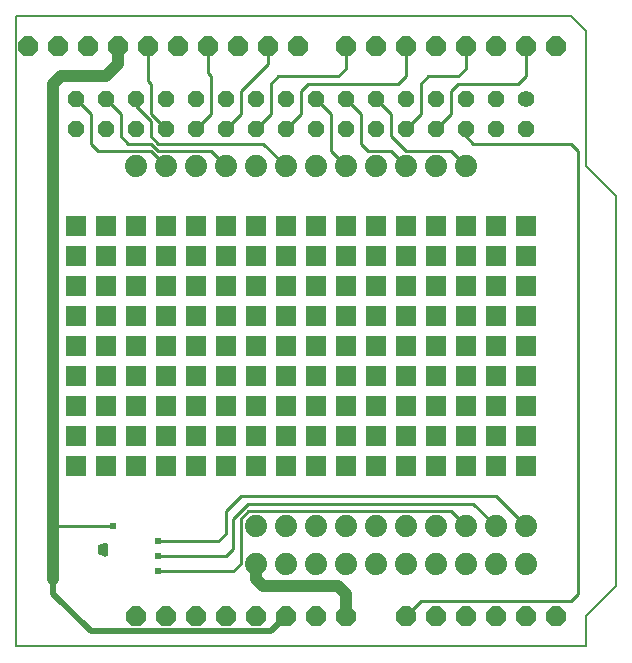
<source format=gbl>
G75*
G70*
%OFA0B0*%
%FSLAX24Y24*%
%IPPOS*%
%LPD*%
%AMOC8*
5,1,8,0,0,1.08239X$1,22.5*
%
%ADD10C,0.0060*%
%ADD11OC8,0.0660*%
%ADD12C,0.0560*%
%ADD13OC8,0.0560*%
%ADD14C,0.0740*%
%ADD15C,0.0000*%
%ADD16C,0.0001*%
%ADD17C,0.0400*%
%ADD18C,0.0200*%
%ADD19C,0.0238*%
%ADD20C,0.0100*%
%ADD21R,0.0650X0.0650*%
D10*
X007500Y000500D02*
X026500Y000500D01*
X026500Y001500D01*
X027500Y002500D01*
X027500Y015500D01*
X026500Y016500D01*
X026500Y021000D01*
X026000Y021500D01*
X007500Y021500D01*
X007500Y000500D01*
D11*
X011500Y001500D03*
X012500Y001500D03*
X013500Y001500D03*
X014500Y001500D03*
X015500Y001500D03*
X016500Y001500D03*
X017500Y001500D03*
X018500Y001500D03*
X020500Y001500D03*
X021500Y001500D03*
X022500Y001500D03*
X023500Y001500D03*
X024500Y001500D03*
X025500Y001500D03*
X025500Y020500D03*
X024500Y020500D03*
X023500Y020500D03*
X022500Y020500D03*
X021500Y020500D03*
X020500Y020500D03*
X019500Y020500D03*
X018500Y020500D03*
X016900Y020500D03*
X015900Y020500D03*
X014900Y020500D03*
X013900Y020500D03*
X012900Y020500D03*
X011900Y020500D03*
X010900Y020500D03*
X009900Y020500D03*
X008900Y020500D03*
X007900Y020500D03*
D12*
X024500Y018750D03*
D13*
X023500Y018750D03*
X023500Y017750D03*
X024500Y017750D03*
X022500Y017750D03*
X022500Y018750D03*
X021500Y018750D03*
X020500Y018750D03*
X020500Y017750D03*
X021500Y017750D03*
X019500Y017750D03*
X019500Y018750D03*
X018500Y018750D03*
X017500Y018750D03*
X017500Y017750D03*
X018500Y017750D03*
X016500Y017750D03*
X015500Y017750D03*
X015500Y018750D03*
X016500Y018750D03*
X014500Y018750D03*
X014500Y017750D03*
X013500Y017750D03*
X012500Y017750D03*
X012500Y018750D03*
X013500Y018750D03*
X011500Y018750D03*
X010500Y018750D03*
X010500Y017750D03*
X011500Y017750D03*
X009500Y017750D03*
X009500Y018750D03*
D14*
X011500Y016500D03*
X012500Y016500D03*
X013500Y016500D03*
X014500Y016500D03*
X015500Y016500D03*
X016500Y016500D03*
X017500Y016500D03*
X018500Y016500D03*
X019500Y016500D03*
X020500Y016500D03*
X021500Y016500D03*
X022500Y016500D03*
X022500Y004500D03*
X021500Y004500D03*
X020500Y004500D03*
X019500Y004500D03*
X018500Y004500D03*
X017500Y004500D03*
X016500Y004500D03*
X015500Y004500D03*
X015500Y003250D03*
X016500Y003250D03*
X017500Y003250D03*
X018500Y003250D03*
X019500Y003250D03*
X020500Y003250D03*
X021500Y003250D03*
X022500Y003250D03*
X023500Y003250D03*
X024500Y003250D03*
X024500Y004500D03*
X023500Y004500D03*
D15*
X010523Y003913D02*
X010523Y003555D01*
X010499Y003547D01*
X010471Y003535D01*
X010448Y003524D01*
X010420Y003535D01*
X010393Y003543D01*
X010365Y003555D01*
X010338Y003563D01*
X010306Y003575D01*
X010279Y003587D01*
X010251Y003594D01*
X010251Y003846D01*
X010251Y003878D01*
X010279Y003886D01*
X010306Y003898D01*
X010338Y003906D01*
X010365Y003917D01*
X010393Y003929D01*
X010420Y003937D01*
X010448Y003949D01*
X010471Y003937D01*
X010499Y003925D01*
X010523Y003913D01*
D16*
X010354Y003913D01*
X010352Y003912D02*
X010523Y003912D01*
X010523Y003911D02*
X010350Y003911D01*
X010347Y003910D02*
X010523Y003910D01*
X010523Y003909D02*
X010345Y003909D01*
X010343Y003908D02*
X010523Y003908D01*
X010523Y003907D02*
X010340Y003907D01*
X010338Y003906D02*
X010523Y003906D01*
X010523Y003905D02*
X010334Y003905D01*
X010330Y003904D02*
X010523Y003904D01*
X010523Y003903D02*
X010326Y003903D01*
X010322Y003902D02*
X010523Y003902D01*
X010523Y003901D02*
X010318Y003901D01*
X010314Y003900D02*
X010523Y003900D01*
X010523Y003899D02*
X010310Y003899D01*
X010306Y003898D02*
X010523Y003898D01*
X010523Y003897D02*
X010304Y003897D01*
X010301Y003896D02*
X010523Y003896D01*
X010523Y003895D02*
X010299Y003895D01*
X010297Y003894D02*
X010523Y003894D01*
X010523Y003893D02*
X010294Y003893D01*
X010292Y003892D02*
X010523Y003892D01*
X010523Y003891D02*
X010290Y003891D01*
X010287Y003890D02*
X010523Y003890D01*
X010523Y003889D02*
X010285Y003889D01*
X010283Y003888D02*
X010523Y003888D01*
X010523Y003887D02*
X010280Y003887D01*
X010278Y003886D02*
X010523Y003886D01*
X010523Y003885D02*
X010274Y003885D01*
X010271Y003884D02*
X010523Y003884D01*
X010523Y003883D02*
X010267Y003883D01*
X010264Y003882D02*
X010523Y003882D01*
X010523Y003881D02*
X010260Y003881D01*
X010257Y003880D02*
X010523Y003880D01*
X010523Y003879D02*
X010253Y003879D01*
X010251Y003878D02*
X010523Y003878D01*
X010523Y003877D02*
X010251Y003877D01*
X010251Y003876D02*
X010523Y003876D01*
X010523Y003875D02*
X010251Y003875D01*
X010251Y003874D02*
X010523Y003874D01*
X010523Y003873D02*
X010251Y003873D01*
X010251Y003872D02*
X010523Y003872D01*
X010523Y003871D02*
X010251Y003871D01*
X010251Y003870D02*
X010523Y003870D01*
X010523Y003869D02*
X010251Y003869D01*
X010251Y003868D02*
X010523Y003868D01*
X010523Y003867D02*
X010251Y003867D01*
X010251Y003866D02*
X010523Y003866D01*
X010523Y003865D02*
X010251Y003865D01*
X010251Y003864D02*
X010523Y003864D01*
X010523Y003863D02*
X010251Y003863D01*
X010251Y003862D02*
X010523Y003862D01*
X010523Y003861D02*
X010251Y003861D01*
X010251Y003860D02*
X010523Y003860D01*
X010523Y003859D02*
X010251Y003859D01*
X010251Y003858D02*
X010523Y003858D01*
X010523Y003857D02*
X010251Y003857D01*
X010251Y003856D02*
X010523Y003856D01*
X010523Y003855D02*
X010251Y003855D01*
X010251Y003854D02*
X010523Y003854D01*
X010523Y003853D02*
X010251Y003853D01*
X010251Y003852D02*
X010523Y003852D01*
X010523Y003851D02*
X010251Y003851D01*
X010251Y003850D02*
X010523Y003850D01*
X010523Y003849D02*
X010251Y003849D01*
X010251Y003848D02*
X010523Y003848D01*
X010523Y003847D02*
X010251Y003847D01*
X010251Y003846D02*
X010523Y003846D01*
X010523Y003845D02*
X010251Y003845D01*
X010251Y003844D02*
X010523Y003844D01*
X010523Y003843D02*
X010251Y003843D01*
X010251Y003842D02*
X010523Y003842D01*
X010523Y003841D02*
X010251Y003841D01*
X010251Y003840D02*
X010523Y003840D01*
X010523Y003839D02*
X010251Y003839D01*
X010251Y003838D02*
X010523Y003838D01*
X010523Y003837D02*
X010251Y003837D01*
X010251Y003836D02*
X010523Y003836D01*
X010523Y003835D02*
X010251Y003835D01*
X010251Y003834D02*
X010523Y003834D01*
X010523Y003833D02*
X010251Y003833D01*
X010251Y003832D02*
X010523Y003832D01*
X010523Y003831D02*
X010251Y003831D01*
X010251Y003830D02*
X010523Y003830D01*
X010523Y003829D02*
X010251Y003829D01*
X010251Y003828D02*
X010523Y003828D01*
X010523Y003827D02*
X010251Y003827D01*
X010251Y003826D02*
X010523Y003826D01*
X010523Y003825D02*
X010251Y003825D01*
X010251Y003824D02*
X010523Y003824D01*
X010523Y003823D02*
X010251Y003823D01*
X010251Y003822D02*
X010523Y003822D01*
X010523Y003821D02*
X010251Y003821D01*
X010251Y003820D02*
X010523Y003820D01*
X010523Y003819D02*
X010251Y003819D01*
X010251Y003818D02*
X010523Y003818D01*
X010523Y003817D02*
X010251Y003817D01*
X010251Y003816D02*
X010523Y003816D01*
X010523Y003815D02*
X010251Y003815D01*
X010251Y003814D02*
X010523Y003814D01*
X010523Y003813D02*
X010251Y003813D01*
X010251Y003812D02*
X010523Y003812D01*
X010523Y003811D02*
X010251Y003811D01*
X010251Y003810D02*
X010523Y003810D01*
X010523Y003809D02*
X010251Y003809D01*
X010251Y003808D02*
X010523Y003808D01*
X010523Y003807D02*
X010251Y003807D01*
X010251Y003806D02*
X010523Y003806D01*
X010523Y003805D02*
X010251Y003805D01*
X010251Y003804D02*
X010523Y003804D01*
X010523Y003803D02*
X010251Y003803D01*
X010251Y003802D02*
X010523Y003802D01*
X010523Y003801D02*
X010251Y003801D01*
X010251Y003800D02*
X010523Y003800D01*
X010523Y003799D02*
X010251Y003799D01*
X010251Y003798D02*
X010523Y003798D01*
X010523Y003797D02*
X010251Y003797D01*
X010251Y003796D02*
X010523Y003796D01*
X010523Y003795D02*
X010251Y003795D01*
X010251Y003794D02*
X010523Y003794D01*
X010523Y003793D02*
X010251Y003793D01*
X010251Y003792D02*
X010523Y003792D01*
X010523Y003791D02*
X010251Y003791D01*
X010251Y003790D02*
X010523Y003790D01*
X010523Y003789D02*
X010251Y003789D01*
X010251Y003788D02*
X010523Y003788D01*
X010523Y003787D02*
X010251Y003787D01*
X010251Y003786D02*
X010523Y003786D01*
X010523Y003785D02*
X010251Y003785D01*
X010251Y003784D02*
X010523Y003784D01*
X010523Y003783D02*
X010251Y003783D01*
X010251Y003782D02*
X010523Y003782D01*
X010523Y003781D02*
X010251Y003781D01*
X010251Y003780D02*
X010523Y003780D01*
X010523Y003779D02*
X010251Y003779D01*
X010251Y003778D02*
X010523Y003778D01*
X010523Y003777D02*
X010251Y003777D01*
X010251Y003776D02*
X010523Y003776D01*
X010523Y003775D02*
X010251Y003775D01*
X010251Y003774D02*
X010523Y003774D01*
X010523Y003773D02*
X010251Y003773D01*
X010251Y003772D02*
X010523Y003772D01*
X010523Y003771D02*
X010251Y003771D01*
X010251Y003770D02*
X010523Y003770D01*
X010523Y003769D02*
X010251Y003769D01*
X010251Y003768D02*
X010523Y003768D01*
X010523Y003767D02*
X010251Y003767D01*
X010251Y003766D02*
X010523Y003766D01*
X010523Y003765D02*
X010251Y003765D01*
X010251Y003764D02*
X010523Y003764D01*
X010523Y003763D02*
X010251Y003763D01*
X010251Y003762D02*
X010523Y003762D01*
X010523Y003761D02*
X010251Y003761D01*
X010251Y003760D02*
X010523Y003760D01*
X010523Y003759D02*
X010251Y003759D01*
X010251Y003758D02*
X010523Y003758D01*
X010523Y003757D02*
X010251Y003757D01*
X010251Y003756D02*
X010523Y003756D01*
X010523Y003755D02*
X010251Y003755D01*
X010251Y003754D02*
X010523Y003754D01*
X010523Y003753D02*
X010251Y003753D01*
X010251Y003752D02*
X010523Y003752D01*
X010523Y003751D02*
X010251Y003751D01*
X010251Y003750D02*
X010523Y003750D01*
X010523Y003749D02*
X010251Y003749D01*
X010251Y003748D02*
X010523Y003748D01*
X010523Y003747D02*
X010251Y003747D01*
X010251Y003746D02*
X010523Y003746D01*
X010523Y003745D02*
X010251Y003745D01*
X010251Y003744D02*
X010523Y003744D01*
X010523Y003743D02*
X010251Y003743D01*
X010251Y003742D02*
X010523Y003742D01*
X010523Y003741D02*
X010251Y003741D01*
X010251Y003740D02*
X010523Y003740D01*
X010523Y003739D02*
X010251Y003739D01*
X010251Y003738D02*
X010523Y003738D01*
X010523Y003737D02*
X010251Y003737D01*
X010251Y003736D02*
X010523Y003736D01*
X010523Y003735D02*
X010251Y003735D01*
X010251Y003734D02*
X010523Y003734D01*
X010523Y003733D02*
X010251Y003733D01*
X010251Y003732D02*
X010523Y003732D01*
X010523Y003731D02*
X010251Y003731D01*
X010251Y003730D02*
X010523Y003730D01*
X010523Y003729D02*
X010251Y003729D01*
X010251Y003728D02*
X010523Y003728D01*
X010523Y003727D02*
X010251Y003727D01*
X010251Y003726D02*
X010523Y003726D01*
X010523Y003725D02*
X010251Y003725D01*
X010251Y003724D02*
X010523Y003724D01*
X010523Y003723D02*
X010251Y003723D01*
X010251Y003722D02*
X010523Y003722D01*
X010523Y003721D02*
X010251Y003721D01*
X010251Y003720D02*
X010523Y003720D01*
X010523Y003719D02*
X010251Y003719D01*
X010251Y003718D02*
X010523Y003718D01*
X010523Y003717D02*
X010251Y003717D01*
X010251Y003716D02*
X010523Y003716D01*
X010523Y003715D02*
X010251Y003715D01*
X010251Y003714D02*
X010523Y003714D01*
X010523Y003713D02*
X010251Y003713D01*
X010251Y003712D02*
X010523Y003712D01*
X010523Y003711D02*
X010251Y003711D01*
X010251Y003710D02*
X010523Y003710D01*
X010523Y003709D02*
X010251Y003709D01*
X010251Y003708D02*
X010523Y003708D01*
X010523Y003707D02*
X010251Y003707D01*
X010251Y003706D02*
X010523Y003706D01*
X010523Y003705D02*
X010251Y003705D01*
X010251Y003704D02*
X010523Y003704D01*
X010523Y003703D02*
X010251Y003703D01*
X010251Y003702D02*
X010523Y003702D01*
X010523Y003701D02*
X010251Y003701D01*
X010251Y003700D02*
X010523Y003700D01*
X010523Y003699D02*
X010251Y003699D01*
X010251Y003698D02*
X010523Y003698D01*
X010523Y003697D02*
X010251Y003697D01*
X010251Y003696D02*
X010523Y003696D01*
X010523Y003695D02*
X010251Y003695D01*
X010251Y003694D02*
X010523Y003694D01*
X010523Y003693D02*
X010251Y003693D01*
X010251Y003692D02*
X010523Y003692D01*
X010523Y003691D02*
X010251Y003691D01*
X010251Y003690D02*
X010523Y003690D01*
X010523Y003689D02*
X010251Y003689D01*
X010251Y003688D02*
X010523Y003688D01*
X010523Y003687D02*
X010251Y003687D01*
X010251Y003686D02*
X010523Y003686D01*
X010523Y003685D02*
X010251Y003685D01*
X010251Y003684D02*
X010523Y003684D01*
X010523Y003683D02*
X010251Y003683D01*
X010251Y003682D02*
X010523Y003682D01*
X010523Y003681D02*
X010251Y003681D01*
X010251Y003680D02*
X010523Y003680D01*
X010523Y003679D02*
X010251Y003679D01*
X010251Y003678D02*
X010523Y003678D01*
X010523Y003677D02*
X010251Y003677D01*
X010251Y003676D02*
X010523Y003676D01*
X010523Y003675D02*
X010251Y003675D01*
X010251Y003674D02*
X010523Y003674D01*
X010523Y003673D02*
X010251Y003673D01*
X010251Y003672D02*
X010523Y003672D01*
X010523Y003671D02*
X010251Y003671D01*
X010251Y003670D02*
X010523Y003670D01*
X010523Y003669D02*
X010251Y003669D01*
X010251Y003668D02*
X010523Y003668D01*
X010523Y003667D02*
X010251Y003667D01*
X010251Y003666D02*
X010523Y003666D01*
X010523Y003665D02*
X010251Y003665D01*
X010251Y003664D02*
X010523Y003664D01*
X010523Y003663D02*
X010251Y003663D01*
X010251Y003662D02*
X010523Y003662D01*
X010523Y003661D02*
X010251Y003661D01*
X010251Y003660D02*
X010523Y003660D01*
X010523Y003659D02*
X010251Y003659D01*
X010251Y003658D02*
X010523Y003658D01*
X010523Y003657D02*
X010251Y003657D01*
X010251Y003656D02*
X010523Y003656D01*
X010523Y003655D02*
X010251Y003655D01*
X010251Y003654D02*
X010523Y003654D01*
X010523Y003653D02*
X010251Y003653D01*
X010251Y003652D02*
X010523Y003652D01*
X010523Y003651D02*
X010251Y003651D01*
X010251Y003650D02*
X010523Y003650D01*
X010523Y003649D02*
X010251Y003649D01*
X010251Y003648D02*
X010523Y003648D01*
X010523Y003647D02*
X010251Y003647D01*
X010251Y003646D02*
X010523Y003646D01*
X010523Y003645D02*
X010251Y003645D01*
X010251Y003644D02*
X010523Y003644D01*
X010523Y003643D02*
X010251Y003643D01*
X010251Y003642D02*
X010523Y003642D01*
X010523Y003641D02*
X010251Y003641D01*
X010251Y003640D02*
X010523Y003640D01*
X010523Y003639D02*
X010251Y003639D01*
X010251Y003638D02*
X010523Y003638D01*
X010523Y003637D02*
X010251Y003637D01*
X010251Y003636D02*
X010523Y003636D01*
X010523Y003635D02*
X010251Y003635D01*
X010251Y003634D02*
X010523Y003634D01*
X010523Y003633D02*
X010251Y003633D01*
X010251Y003632D02*
X010523Y003632D01*
X010523Y003631D02*
X010251Y003631D01*
X010251Y003630D02*
X010523Y003630D01*
X010523Y003629D02*
X010251Y003629D01*
X010251Y003628D02*
X010523Y003628D01*
X010523Y003627D02*
X010251Y003627D01*
X010251Y003626D02*
X010523Y003626D01*
X010523Y003625D02*
X010251Y003625D01*
X010251Y003624D02*
X010523Y003624D01*
X010523Y003623D02*
X010251Y003623D01*
X010251Y003622D02*
X010523Y003622D01*
X010523Y003621D02*
X010251Y003621D01*
X010251Y003620D02*
X010523Y003620D01*
X010523Y003619D02*
X010251Y003619D01*
X010251Y003618D02*
X010523Y003618D01*
X010523Y003617D02*
X010251Y003617D01*
X010251Y003616D02*
X010523Y003616D01*
X010523Y003615D02*
X010251Y003615D01*
X010251Y003614D02*
X010523Y003614D01*
X010523Y003613D02*
X010251Y003613D01*
X010251Y003612D02*
X010523Y003612D01*
X010523Y003611D02*
X010251Y003611D01*
X010251Y003610D02*
X010523Y003610D01*
X010523Y003609D02*
X010251Y003609D01*
X010251Y003608D02*
X010523Y003608D01*
X010523Y003607D02*
X010251Y003607D01*
X010251Y003606D02*
X010523Y003606D01*
X010523Y003605D02*
X010251Y003605D01*
X010251Y003604D02*
X010523Y003604D01*
X010523Y003603D02*
X010251Y003603D01*
X010251Y003602D02*
X010523Y003602D01*
X010523Y003601D02*
X010251Y003601D01*
X010251Y003600D02*
X010523Y003600D01*
X010523Y003599D02*
X010251Y003599D01*
X010251Y003598D02*
X010523Y003598D01*
X010523Y003597D02*
X010251Y003597D01*
X010251Y003596D02*
X010523Y003596D01*
X010523Y003595D02*
X010251Y003595D01*
X010253Y003594D02*
X010523Y003594D01*
X010523Y003593D02*
X010256Y003593D01*
X010260Y003592D02*
X010523Y003592D01*
X010523Y003591D02*
X010263Y003591D01*
X010267Y003590D02*
X010523Y003590D01*
X010523Y003589D02*
X010270Y003589D01*
X010274Y003588D02*
X010523Y003588D01*
X010523Y003587D02*
X010277Y003587D01*
X010280Y003586D02*
X010523Y003586D01*
X010523Y003585D02*
X010282Y003585D01*
X010285Y003584D02*
X010523Y003584D01*
X010523Y003583D02*
X010287Y003583D01*
X010289Y003582D02*
X010523Y003582D01*
X010523Y003581D02*
X010292Y003581D01*
X010294Y003580D02*
X010523Y003580D01*
X010523Y003579D02*
X010296Y003579D01*
X010299Y003578D02*
X010523Y003578D01*
X010523Y003577D02*
X010301Y003577D01*
X010303Y003576D02*
X010523Y003576D01*
X010523Y003575D02*
X010306Y003575D01*
X010308Y003574D02*
X010523Y003574D01*
X010523Y003573D02*
X010311Y003573D01*
X010314Y003572D02*
X010523Y003572D01*
X010523Y003571D02*
X010316Y003571D01*
X010319Y003570D02*
X010523Y003570D01*
X010523Y003569D02*
X010322Y003569D01*
X010324Y003568D02*
X010523Y003568D01*
X010523Y003567D02*
X010327Y003567D01*
X010330Y003566D02*
X010523Y003566D01*
X010523Y003565D02*
X010332Y003565D01*
X010335Y003564D02*
X010523Y003564D01*
X010523Y003563D02*
X010338Y003563D01*
X010341Y003562D02*
X010523Y003562D01*
X010523Y003561D02*
X010345Y003561D01*
X010348Y003560D02*
X010523Y003560D01*
X010523Y003559D02*
X010352Y003559D01*
X010355Y003558D02*
X010523Y003558D01*
X010523Y003557D02*
X010359Y003557D01*
X010362Y003556D02*
X010523Y003556D01*
X010522Y003555D02*
X010365Y003555D01*
X010368Y003554D02*
X010519Y003554D01*
X010516Y003553D02*
X010370Y003553D01*
X010372Y003552D02*
X010513Y003552D01*
X010510Y003551D02*
X010375Y003551D01*
X010377Y003550D02*
X010507Y003550D01*
X010504Y003549D02*
X010379Y003549D01*
X010382Y003548D02*
X010501Y003548D01*
X010498Y003547D02*
X010384Y003547D01*
X010386Y003546D02*
X010496Y003546D01*
X010494Y003545D02*
X010389Y003545D01*
X010391Y003544D02*
X010491Y003544D01*
X010489Y003543D02*
X010394Y003543D01*
X010397Y003542D02*
X010487Y003542D01*
X010484Y003541D02*
X010401Y003541D01*
X010404Y003540D02*
X010482Y003540D01*
X010480Y003539D02*
X010408Y003539D01*
X010411Y003538D02*
X010477Y003538D01*
X010475Y003537D02*
X010415Y003537D01*
X010418Y003536D02*
X010473Y003536D01*
X010471Y003535D02*
X010421Y003535D01*
X010424Y003534D02*
X010469Y003534D01*
X010467Y003533D02*
X010426Y003533D01*
X010428Y003532D02*
X010465Y003532D01*
X010463Y003531D02*
X010431Y003531D01*
X010433Y003530D02*
X010461Y003530D01*
X010459Y003529D02*
X010435Y003529D01*
X010438Y003528D02*
X010457Y003528D01*
X010455Y003527D02*
X010440Y003527D01*
X010442Y003526D02*
X010453Y003526D01*
X010451Y003525D02*
X010445Y003525D01*
X010447Y003524D02*
X010449Y003524D01*
X010522Y003914D02*
X010357Y003914D01*
X010359Y003915D02*
X010520Y003915D01*
X010518Y003916D02*
X010361Y003916D01*
X010364Y003917D02*
X010516Y003917D01*
X010514Y003918D02*
X010366Y003918D01*
X010368Y003919D02*
X010512Y003919D01*
X010510Y003920D02*
X010371Y003920D01*
X010373Y003921D02*
X010508Y003921D01*
X010506Y003922D02*
X010375Y003922D01*
X010378Y003923D02*
X010504Y003923D01*
X010502Y003924D02*
X010380Y003924D01*
X010382Y003925D02*
X010500Y003925D01*
X010498Y003926D02*
X010385Y003926D01*
X010387Y003927D02*
X010496Y003927D01*
X010493Y003928D02*
X010389Y003928D01*
X010392Y003929D02*
X010491Y003929D01*
X010489Y003930D02*
X010394Y003930D01*
X010398Y003931D02*
X010486Y003931D01*
X010484Y003932D02*
X010401Y003932D01*
X010405Y003933D02*
X010482Y003933D01*
X010479Y003934D02*
X010408Y003934D01*
X010412Y003935D02*
X010477Y003935D01*
X010475Y003936D02*
X010415Y003936D01*
X010419Y003937D02*
X010472Y003937D01*
X010470Y003938D02*
X010422Y003938D01*
X010424Y003939D02*
X010468Y003939D01*
X010466Y003940D02*
X010426Y003940D01*
X010429Y003941D02*
X010464Y003941D01*
X010462Y003942D02*
X010431Y003942D01*
X010433Y003943D02*
X010460Y003943D01*
X010458Y003944D02*
X010436Y003944D01*
X010438Y003945D02*
X010456Y003945D01*
X010454Y003946D02*
X010440Y003946D01*
X010443Y003947D02*
X010452Y003947D01*
X010450Y003948D02*
X010445Y003948D01*
X010447Y003949D02*
X010448Y003949D01*
D17*
X008750Y004000D02*
X008750Y002750D01*
X008750Y004000D02*
X008750Y004500D01*
X008750Y019250D01*
X009000Y019500D01*
X010500Y019500D01*
X010900Y019900D01*
X010900Y020500D01*
X015500Y003250D02*
X015500Y002750D01*
X015750Y002500D01*
X018250Y002500D01*
X018500Y002250D01*
X018500Y001500D01*
D18*
X016500Y001500D02*
X016000Y001000D01*
X010000Y001000D01*
X008750Y002250D01*
X008750Y002750D01*
D19*
X010750Y004500D03*
X012250Y004000D03*
X012250Y003500D03*
X012250Y003000D03*
D20*
X014750Y003000D01*
X015000Y003250D01*
X015000Y004750D01*
X015250Y005000D01*
X022000Y005000D01*
X022500Y004500D01*
X022750Y005250D02*
X015250Y005250D01*
X014750Y004750D01*
X014750Y003750D01*
X014500Y003500D01*
X012250Y003500D01*
X012250Y004000D02*
X014250Y004000D01*
X014500Y004250D01*
X014500Y005000D01*
X015000Y005500D01*
X023500Y005500D01*
X024500Y004500D01*
X023500Y004500D02*
X022750Y005250D01*
X026000Y002000D02*
X026250Y002250D01*
X026250Y017000D01*
X026000Y017250D01*
X022750Y017250D01*
X022500Y017500D01*
X022500Y017750D01*
X022000Y018250D02*
X022000Y019000D01*
X022250Y019250D01*
X024250Y019250D01*
X024500Y019500D01*
X024500Y020500D01*
X022500Y020500D02*
X022500Y019750D01*
X022250Y019500D01*
X021250Y019500D01*
X021000Y019250D01*
X021000Y018250D01*
X020500Y017750D01*
X020000Y017500D02*
X020500Y017000D01*
X022000Y017000D01*
X022500Y016500D01*
X021500Y017750D02*
X022000Y018250D01*
X020500Y019500D02*
X020500Y020500D01*
X020500Y019500D02*
X020250Y019250D01*
X017250Y019250D01*
X017000Y019000D01*
X017000Y018250D01*
X016500Y017750D01*
X016000Y018250D02*
X015500Y017750D01*
X015000Y018250D02*
X014500Y017750D01*
X014000Y018250D02*
X013500Y017750D01*
X014000Y018250D02*
X014000Y019500D01*
X013900Y019600D01*
X013900Y020500D01*
X015000Y019000D02*
X015000Y018250D01*
X015000Y019000D02*
X015900Y019900D01*
X015900Y020500D01*
X016250Y019500D02*
X016000Y019250D01*
X016000Y018250D01*
X015750Y017250D02*
X016500Y016500D01*
X015750Y017250D02*
X012250Y017250D01*
X012000Y017500D01*
X012000Y018000D01*
X011500Y018500D01*
X011500Y018750D01*
X011000Y018250D02*
X011000Y017500D01*
X011250Y017250D01*
X012000Y017250D01*
X012250Y017000D01*
X014000Y017000D01*
X014500Y016500D01*
X012500Y016500D02*
X012000Y017000D01*
X010250Y017000D01*
X010000Y017250D01*
X010000Y018250D01*
X009500Y018750D01*
X010500Y018750D02*
X011000Y018250D01*
X012000Y018250D02*
X012000Y019250D01*
X011900Y019350D01*
X011900Y020500D01*
X012000Y018250D02*
X012500Y017750D01*
X016250Y019500D02*
X018250Y019500D01*
X018500Y019750D01*
X018500Y020500D01*
X018500Y018750D02*
X019000Y018250D01*
X019000Y017250D01*
X019250Y017000D01*
X020000Y017000D01*
X020500Y016500D01*
X020000Y017500D02*
X020000Y018250D01*
X019500Y018750D01*
X018000Y018250D02*
X018000Y017000D01*
X018500Y016500D01*
X018000Y018250D02*
X017500Y018750D01*
X010750Y004500D02*
X008750Y004500D01*
X020500Y001500D02*
X021000Y002000D01*
X026000Y002000D01*
D21*
X024500Y006500D03*
X023500Y006500D03*
X023500Y007500D03*
X024500Y007500D03*
X024500Y008500D03*
X023500Y008500D03*
X023500Y009500D03*
X024500Y009500D03*
X024500Y010500D03*
X023500Y010500D03*
X022500Y010500D03*
X021500Y010500D03*
X020500Y010500D03*
X019500Y010500D03*
X018500Y010500D03*
X017500Y010500D03*
X016500Y010500D03*
X015500Y010500D03*
X014500Y010500D03*
X013500Y010500D03*
X012500Y010500D03*
X011500Y010500D03*
X010500Y010500D03*
X009500Y010500D03*
X009500Y009500D03*
X009500Y008500D03*
X010500Y008500D03*
X011500Y008500D03*
X011500Y009500D03*
X010500Y009500D03*
X012500Y009500D03*
X013500Y009500D03*
X013500Y008500D03*
X012500Y008500D03*
X012500Y007500D03*
X013500Y007500D03*
X013500Y006500D03*
X012500Y006500D03*
X011500Y006500D03*
X010500Y006500D03*
X010500Y007500D03*
X011500Y007500D03*
X009500Y007500D03*
X009500Y006500D03*
X014500Y006500D03*
X014500Y007500D03*
X015500Y007500D03*
X016500Y007500D03*
X016500Y006500D03*
X015500Y006500D03*
X017500Y006500D03*
X018500Y006500D03*
X018500Y007500D03*
X017500Y007500D03*
X017500Y008500D03*
X018500Y008500D03*
X018500Y009500D03*
X017500Y009500D03*
X016500Y009500D03*
X015500Y009500D03*
X015500Y008500D03*
X016500Y008500D03*
X014500Y008500D03*
X014500Y009500D03*
X014500Y011500D03*
X014500Y012500D03*
X013500Y012500D03*
X012500Y012500D03*
X012500Y011500D03*
X013500Y011500D03*
X011500Y011500D03*
X010500Y011500D03*
X010500Y012500D03*
X011500Y012500D03*
X011500Y013500D03*
X010500Y013500D03*
X009500Y013500D03*
X009500Y012500D03*
X009500Y011500D03*
X012500Y013500D03*
X013500Y013500D03*
X014500Y013500D03*
X015500Y013500D03*
X016500Y013500D03*
X017500Y013500D03*
X018500Y013500D03*
X019500Y013500D03*
X020500Y013500D03*
X021500Y013500D03*
X022500Y013500D03*
X023500Y013500D03*
X024500Y013500D03*
X024500Y012500D03*
X023500Y012500D03*
X023500Y011500D03*
X024500Y011500D03*
X022500Y011500D03*
X022500Y012500D03*
X021500Y012500D03*
X020500Y012500D03*
X020500Y011500D03*
X021500Y011500D03*
X019500Y011500D03*
X019500Y012500D03*
X018500Y012500D03*
X017500Y012500D03*
X017500Y011500D03*
X018500Y011500D03*
X016500Y011500D03*
X015500Y011500D03*
X015500Y012500D03*
X016500Y012500D03*
X016500Y014500D03*
X015500Y014500D03*
X014500Y014500D03*
X013500Y014500D03*
X012500Y014500D03*
X011500Y014500D03*
X010500Y014500D03*
X009500Y014500D03*
X017500Y014500D03*
X018500Y014500D03*
X019500Y014500D03*
X020500Y014500D03*
X021500Y014500D03*
X022500Y014500D03*
X023500Y014500D03*
X024500Y014500D03*
X022500Y009500D03*
X022500Y008500D03*
X021500Y008500D03*
X020500Y008500D03*
X020500Y009500D03*
X021500Y009500D03*
X019500Y009500D03*
X019500Y008500D03*
X019500Y007500D03*
X019500Y006500D03*
X020500Y006500D03*
X021500Y006500D03*
X021500Y007500D03*
X020500Y007500D03*
X022500Y007500D03*
X022500Y006500D03*
M02*

</source>
